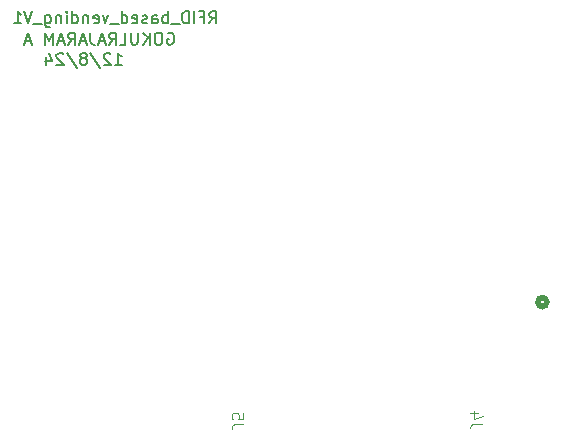
<source format=gbo>
%TF.GenerationSoftware,KiCad,Pcbnew,8.0.0*%
%TF.CreationDate,2024-12-15T14:54:56+05:30*%
%TF.ProjectId,RFID_1,52464944-5f31-42e6-9b69-6361645f7063,rev?*%
%TF.SameCoordinates,Original*%
%TF.FileFunction,Legend,Bot*%
%TF.FilePolarity,Positive*%
%FSLAX46Y46*%
G04 Gerber Fmt 4.6, Leading zero omitted, Abs format (unit mm)*
G04 Created by KiCad (PCBNEW 8.0.0) date 2024-12-15 14:54:56*
%MOMM*%
%LPD*%
G01*
G04 APERTURE LIST*
%ADD10C,0.150000*%
%ADD11C,0.100000*%
%ADD12C,0.508000*%
G04 APERTURE END LIST*
D10*
X140989411Y-85942438D02*
X141084649Y-85894819D01*
X141084649Y-85894819D02*
X141227506Y-85894819D01*
X141227506Y-85894819D02*
X141370363Y-85942438D01*
X141370363Y-85942438D02*
X141465601Y-86037676D01*
X141465601Y-86037676D02*
X141513220Y-86132914D01*
X141513220Y-86132914D02*
X141560839Y-86323390D01*
X141560839Y-86323390D02*
X141560839Y-86466247D01*
X141560839Y-86466247D02*
X141513220Y-86656723D01*
X141513220Y-86656723D02*
X141465601Y-86751961D01*
X141465601Y-86751961D02*
X141370363Y-86847200D01*
X141370363Y-86847200D02*
X141227506Y-86894819D01*
X141227506Y-86894819D02*
X141132268Y-86894819D01*
X141132268Y-86894819D02*
X140989411Y-86847200D01*
X140989411Y-86847200D02*
X140941792Y-86799580D01*
X140941792Y-86799580D02*
X140941792Y-86466247D01*
X140941792Y-86466247D02*
X141132268Y-86466247D01*
X140322744Y-85894819D02*
X140132268Y-85894819D01*
X140132268Y-85894819D02*
X140037030Y-85942438D01*
X140037030Y-85942438D02*
X139941792Y-86037676D01*
X139941792Y-86037676D02*
X139894173Y-86228152D01*
X139894173Y-86228152D02*
X139894173Y-86561485D01*
X139894173Y-86561485D02*
X139941792Y-86751961D01*
X139941792Y-86751961D02*
X140037030Y-86847200D01*
X140037030Y-86847200D02*
X140132268Y-86894819D01*
X140132268Y-86894819D02*
X140322744Y-86894819D01*
X140322744Y-86894819D02*
X140417982Y-86847200D01*
X140417982Y-86847200D02*
X140513220Y-86751961D01*
X140513220Y-86751961D02*
X140560839Y-86561485D01*
X140560839Y-86561485D02*
X140560839Y-86228152D01*
X140560839Y-86228152D02*
X140513220Y-86037676D01*
X140513220Y-86037676D02*
X140417982Y-85942438D01*
X140417982Y-85942438D02*
X140322744Y-85894819D01*
X139465601Y-86894819D02*
X139465601Y-85894819D01*
X138894173Y-86894819D02*
X139322744Y-86323390D01*
X138894173Y-85894819D02*
X139465601Y-86466247D01*
X138465601Y-85894819D02*
X138465601Y-86704342D01*
X138465601Y-86704342D02*
X138417982Y-86799580D01*
X138417982Y-86799580D02*
X138370363Y-86847200D01*
X138370363Y-86847200D02*
X138275125Y-86894819D01*
X138275125Y-86894819D02*
X138084649Y-86894819D01*
X138084649Y-86894819D02*
X137989411Y-86847200D01*
X137989411Y-86847200D02*
X137941792Y-86799580D01*
X137941792Y-86799580D02*
X137894173Y-86704342D01*
X137894173Y-86704342D02*
X137894173Y-85894819D01*
X136941792Y-86894819D02*
X137417982Y-86894819D01*
X137417982Y-86894819D02*
X137417982Y-85894819D01*
X136037030Y-86894819D02*
X136370363Y-86418628D01*
X136608458Y-86894819D02*
X136608458Y-85894819D01*
X136608458Y-85894819D02*
X136227506Y-85894819D01*
X136227506Y-85894819D02*
X136132268Y-85942438D01*
X136132268Y-85942438D02*
X136084649Y-85990057D01*
X136084649Y-85990057D02*
X136037030Y-86085295D01*
X136037030Y-86085295D02*
X136037030Y-86228152D01*
X136037030Y-86228152D02*
X136084649Y-86323390D01*
X136084649Y-86323390D02*
X136132268Y-86371009D01*
X136132268Y-86371009D02*
X136227506Y-86418628D01*
X136227506Y-86418628D02*
X136608458Y-86418628D01*
X135656077Y-86609104D02*
X135179887Y-86609104D01*
X135751315Y-86894819D02*
X135417982Y-85894819D01*
X135417982Y-85894819D02*
X135084649Y-86894819D01*
X134465601Y-85894819D02*
X134465601Y-86609104D01*
X134465601Y-86609104D02*
X134513220Y-86751961D01*
X134513220Y-86751961D02*
X134608458Y-86847200D01*
X134608458Y-86847200D02*
X134751315Y-86894819D01*
X134751315Y-86894819D02*
X134846553Y-86894819D01*
X134037029Y-86609104D02*
X133560839Y-86609104D01*
X134132267Y-86894819D02*
X133798934Y-85894819D01*
X133798934Y-85894819D02*
X133465601Y-86894819D01*
X132560839Y-86894819D02*
X132894172Y-86418628D01*
X133132267Y-86894819D02*
X133132267Y-85894819D01*
X133132267Y-85894819D02*
X132751315Y-85894819D01*
X132751315Y-85894819D02*
X132656077Y-85942438D01*
X132656077Y-85942438D02*
X132608458Y-85990057D01*
X132608458Y-85990057D02*
X132560839Y-86085295D01*
X132560839Y-86085295D02*
X132560839Y-86228152D01*
X132560839Y-86228152D02*
X132608458Y-86323390D01*
X132608458Y-86323390D02*
X132656077Y-86371009D01*
X132656077Y-86371009D02*
X132751315Y-86418628D01*
X132751315Y-86418628D02*
X133132267Y-86418628D01*
X132179886Y-86609104D02*
X131703696Y-86609104D01*
X132275124Y-86894819D02*
X131941791Y-85894819D01*
X131941791Y-85894819D02*
X131608458Y-86894819D01*
X131275124Y-86894819D02*
X131275124Y-85894819D01*
X131275124Y-85894819D02*
X130941791Y-86609104D01*
X130941791Y-86609104D02*
X130608458Y-85894819D01*
X130608458Y-85894819D02*
X130608458Y-86894819D01*
X129417981Y-86609104D02*
X128941791Y-86609104D01*
X129513219Y-86894819D02*
X129179886Y-85894819D01*
X129179886Y-85894819D02*
X128846553Y-86894819D01*
X144541792Y-85094819D02*
X144875125Y-84618628D01*
X145113220Y-85094819D02*
X145113220Y-84094819D01*
X145113220Y-84094819D02*
X144732268Y-84094819D01*
X144732268Y-84094819D02*
X144637030Y-84142438D01*
X144637030Y-84142438D02*
X144589411Y-84190057D01*
X144589411Y-84190057D02*
X144541792Y-84285295D01*
X144541792Y-84285295D02*
X144541792Y-84428152D01*
X144541792Y-84428152D02*
X144589411Y-84523390D01*
X144589411Y-84523390D02*
X144637030Y-84571009D01*
X144637030Y-84571009D02*
X144732268Y-84618628D01*
X144732268Y-84618628D02*
X145113220Y-84618628D01*
X143779887Y-84571009D02*
X144113220Y-84571009D01*
X144113220Y-85094819D02*
X144113220Y-84094819D01*
X144113220Y-84094819D02*
X143637030Y-84094819D01*
X143256077Y-85094819D02*
X143256077Y-84094819D01*
X142779887Y-85094819D02*
X142779887Y-84094819D01*
X142779887Y-84094819D02*
X142541792Y-84094819D01*
X142541792Y-84094819D02*
X142398935Y-84142438D01*
X142398935Y-84142438D02*
X142303697Y-84237676D01*
X142303697Y-84237676D02*
X142256078Y-84332914D01*
X142256078Y-84332914D02*
X142208459Y-84523390D01*
X142208459Y-84523390D02*
X142208459Y-84666247D01*
X142208459Y-84666247D02*
X142256078Y-84856723D01*
X142256078Y-84856723D02*
X142303697Y-84951961D01*
X142303697Y-84951961D02*
X142398935Y-85047200D01*
X142398935Y-85047200D02*
X142541792Y-85094819D01*
X142541792Y-85094819D02*
X142779887Y-85094819D01*
X142017983Y-85190057D02*
X141256078Y-85190057D01*
X141017982Y-85094819D02*
X141017982Y-84094819D01*
X141017982Y-84475771D02*
X140922744Y-84428152D01*
X140922744Y-84428152D02*
X140732268Y-84428152D01*
X140732268Y-84428152D02*
X140637030Y-84475771D01*
X140637030Y-84475771D02*
X140589411Y-84523390D01*
X140589411Y-84523390D02*
X140541792Y-84618628D01*
X140541792Y-84618628D02*
X140541792Y-84904342D01*
X140541792Y-84904342D02*
X140589411Y-84999580D01*
X140589411Y-84999580D02*
X140637030Y-85047200D01*
X140637030Y-85047200D02*
X140732268Y-85094819D01*
X140732268Y-85094819D02*
X140922744Y-85094819D01*
X140922744Y-85094819D02*
X141017982Y-85047200D01*
X139684649Y-85094819D02*
X139684649Y-84571009D01*
X139684649Y-84571009D02*
X139732268Y-84475771D01*
X139732268Y-84475771D02*
X139827506Y-84428152D01*
X139827506Y-84428152D02*
X140017982Y-84428152D01*
X140017982Y-84428152D02*
X140113220Y-84475771D01*
X139684649Y-85047200D02*
X139779887Y-85094819D01*
X139779887Y-85094819D02*
X140017982Y-85094819D01*
X140017982Y-85094819D02*
X140113220Y-85047200D01*
X140113220Y-85047200D02*
X140160839Y-84951961D01*
X140160839Y-84951961D02*
X140160839Y-84856723D01*
X140160839Y-84856723D02*
X140113220Y-84761485D01*
X140113220Y-84761485D02*
X140017982Y-84713866D01*
X140017982Y-84713866D02*
X139779887Y-84713866D01*
X139779887Y-84713866D02*
X139684649Y-84666247D01*
X139256077Y-85047200D02*
X139160839Y-85094819D01*
X139160839Y-85094819D02*
X138970363Y-85094819D01*
X138970363Y-85094819D02*
X138875125Y-85047200D01*
X138875125Y-85047200D02*
X138827506Y-84951961D01*
X138827506Y-84951961D02*
X138827506Y-84904342D01*
X138827506Y-84904342D02*
X138875125Y-84809104D01*
X138875125Y-84809104D02*
X138970363Y-84761485D01*
X138970363Y-84761485D02*
X139113220Y-84761485D01*
X139113220Y-84761485D02*
X139208458Y-84713866D01*
X139208458Y-84713866D02*
X139256077Y-84618628D01*
X139256077Y-84618628D02*
X139256077Y-84571009D01*
X139256077Y-84571009D02*
X139208458Y-84475771D01*
X139208458Y-84475771D02*
X139113220Y-84428152D01*
X139113220Y-84428152D02*
X138970363Y-84428152D01*
X138970363Y-84428152D02*
X138875125Y-84475771D01*
X138017982Y-85047200D02*
X138113220Y-85094819D01*
X138113220Y-85094819D02*
X138303696Y-85094819D01*
X138303696Y-85094819D02*
X138398934Y-85047200D01*
X138398934Y-85047200D02*
X138446553Y-84951961D01*
X138446553Y-84951961D02*
X138446553Y-84571009D01*
X138446553Y-84571009D02*
X138398934Y-84475771D01*
X138398934Y-84475771D02*
X138303696Y-84428152D01*
X138303696Y-84428152D02*
X138113220Y-84428152D01*
X138113220Y-84428152D02*
X138017982Y-84475771D01*
X138017982Y-84475771D02*
X137970363Y-84571009D01*
X137970363Y-84571009D02*
X137970363Y-84666247D01*
X137970363Y-84666247D02*
X138446553Y-84761485D01*
X137113220Y-85094819D02*
X137113220Y-84094819D01*
X137113220Y-85047200D02*
X137208458Y-85094819D01*
X137208458Y-85094819D02*
X137398934Y-85094819D01*
X137398934Y-85094819D02*
X137494172Y-85047200D01*
X137494172Y-85047200D02*
X137541791Y-84999580D01*
X137541791Y-84999580D02*
X137589410Y-84904342D01*
X137589410Y-84904342D02*
X137589410Y-84618628D01*
X137589410Y-84618628D02*
X137541791Y-84523390D01*
X137541791Y-84523390D02*
X137494172Y-84475771D01*
X137494172Y-84475771D02*
X137398934Y-84428152D01*
X137398934Y-84428152D02*
X137208458Y-84428152D01*
X137208458Y-84428152D02*
X137113220Y-84475771D01*
X136875125Y-85190057D02*
X136113220Y-85190057D01*
X135970362Y-84428152D02*
X135732267Y-85094819D01*
X135732267Y-85094819D02*
X135494172Y-84428152D01*
X134732267Y-85047200D02*
X134827505Y-85094819D01*
X134827505Y-85094819D02*
X135017981Y-85094819D01*
X135017981Y-85094819D02*
X135113219Y-85047200D01*
X135113219Y-85047200D02*
X135160838Y-84951961D01*
X135160838Y-84951961D02*
X135160838Y-84571009D01*
X135160838Y-84571009D02*
X135113219Y-84475771D01*
X135113219Y-84475771D02*
X135017981Y-84428152D01*
X135017981Y-84428152D02*
X134827505Y-84428152D01*
X134827505Y-84428152D02*
X134732267Y-84475771D01*
X134732267Y-84475771D02*
X134684648Y-84571009D01*
X134684648Y-84571009D02*
X134684648Y-84666247D01*
X134684648Y-84666247D02*
X135160838Y-84761485D01*
X134256076Y-84428152D02*
X134256076Y-85094819D01*
X134256076Y-84523390D02*
X134208457Y-84475771D01*
X134208457Y-84475771D02*
X134113219Y-84428152D01*
X134113219Y-84428152D02*
X133970362Y-84428152D01*
X133970362Y-84428152D02*
X133875124Y-84475771D01*
X133875124Y-84475771D02*
X133827505Y-84571009D01*
X133827505Y-84571009D02*
X133827505Y-85094819D01*
X132922743Y-85094819D02*
X132922743Y-84094819D01*
X132922743Y-85047200D02*
X133017981Y-85094819D01*
X133017981Y-85094819D02*
X133208457Y-85094819D01*
X133208457Y-85094819D02*
X133303695Y-85047200D01*
X133303695Y-85047200D02*
X133351314Y-84999580D01*
X133351314Y-84999580D02*
X133398933Y-84904342D01*
X133398933Y-84904342D02*
X133398933Y-84618628D01*
X133398933Y-84618628D02*
X133351314Y-84523390D01*
X133351314Y-84523390D02*
X133303695Y-84475771D01*
X133303695Y-84475771D02*
X133208457Y-84428152D01*
X133208457Y-84428152D02*
X133017981Y-84428152D01*
X133017981Y-84428152D02*
X132922743Y-84475771D01*
X132446552Y-85094819D02*
X132446552Y-84428152D01*
X132446552Y-84094819D02*
X132494171Y-84142438D01*
X132494171Y-84142438D02*
X132446552Y-84190057D01*
X132446552Y-84190057D02*
X132398933Y-84142438D01*
X132398933Y-84142438D02*
X132446552Y-84094819D01*
X132446552Y-84094819D02*
X132446552Y-84190057D01*
X131970362Y-84428152D02*
X131970362Y-85094819D01*
X131970362Y-84523390D02*
X131922743Y-84475771D01*
X131922743Y-84475771D02*
X131827505Y-84428152D01*
X131827505Y-84428152D02*
X131684648Y-84428152D01*
X131684648Y-84428152D02*
X131589410Y-84475771D01*
X131589410Y-84475771D02*
X131541791Y-84571009D01*
X131541791Y-84571009D02*
X131541791Y-85094819D01*
X130637029Y-84428152D02*
X130637029Y-85237676D01*
X130637029Y-85237676D02*
X130684648Y-85332914D01*
X130684648Y-85332914D02*
X130732267Y-85380533D01*
X130732267Y-85380533D02*
X130827505Y-85428152D01*
X130827505Y-85428152D02*
X130970362Y-85428152D01*
X130970362Y-85428152D02*
X131065600Y-85380533D01*
X130637029Y-85047200D02*
X130732267Y-85094819D01*
X130732267Y-85094819D02*
X130922743Y-85094819D01*
X130922743Y-85094819D02*
X131017981Y-85047200D01*
X131017981Y-85047200D02*
X131065600Y-84999580D01*
X131065600Y-84999580D02*
X131113219Y-84904342D01*
X131113219Y-84904342D02*
X131113219Y-84618628D01*
X131113219Y-84618628D02*
X131065600Y-84523390D01*
X131065600Y-84523390D02*
X131017981Y-84475771D01*
X131017981Y-84475771D02*
X130922743Y-84428152D01*
X130922743Y-84428152D02*
X130732267Y-84428152D01*
X130732267Y-84428152D02*
X130637029Y-84475771D01*
X130398934Y-85190057D02*
X129637029Y-85190057D01*
X129541790Y-84094819D02*
X129208457Y-85094819D01*
X129208457Y-85094819D02*
X128875124Y-84094819D01*
X128017981Y-85094819D02*
X128589409Y-85094819D01*
X128303695Y-85094819D02*
X128303695Y-84094819D01*
X128303695Y-84094819D02*
X128398933Y-84237676D01*
X128398933Y-84237676D02*
X128494171Y-84332914D01*
X128494171Y-84332914D02*
X128589409Y-84380533D01*
X136539411Y-88619819D02*
X137110839Y-88619819D01*
X136825125Y-88619819D02*
X136825125Y-87619819D01*
X136825125Y-87619819D02*
X136920363Y-87762676D01*
X136920363Y-87762676D02*
X137015601Y-87857914D01*
X137015601Y-87857914D02*
X137110839Y-87905533D01*
X136158458Y-87715057D02*
X136110839Y-87667438D01*
X136110839Y-87667438D02*
X136015601Y-87619819D01*
X136015601Y-87619819D02*
X135777506Y-87619819D01*
X135777506Y-87619819D02*
X135682268Y-87667438D01*
X135682268Y-87667438D02*
X135634649Y-87715057D01*
X135634649Y-87715057D02*
X135587030Y-87810295D01*
X135587030Y-87810295D02*
X135587030Y-87905533D01*
X135587030Y-87905533D02*
X135634649Y-88048390D01*
X135634649Y-88048390D02*
X136206077Y-88619819D01*
X136206077Y-88619819D02*
X135587030Y-88619819D01*
X134444173Y-87572200D02*
X135301315Y-88857914D01*
X133967982Y-88048390D02*
X134063220Y-88000771D01*
X134063220Y-88000771D02*
X134110839Y-87953152D01*
X134110839Y-87953152D02*
X134158458Y-87857914D01*
X134158458Y-87857914D02*
X134158458Y-87810295D01*
X134158458Y-87810295D02*
X134110839Y-87715057D01*
X134110839Y-87715057D02*
X134063220Y-87667438D01*
X134063220Y-87667438D02*
X133967982Y-87619819D01*
X133967982Y-87619819D02*
X133777506Y-87619819D01*
X133777506Y-87619819D02*
X133682268Y-87667438D01*
X133682268Y-87667438D02*
X133634649Y-87715057D01*
X133634649Y-87715057D02*
X133587030Y-87810295D01*
X133587030Y-87810295D02*
X133587030Y-87857914D01*
X133587030Y-87857914D02*
X133634649Y-87953152D01*
X133634649Y-87953152D02*
X133682268Y-88000771D01*
X133682268Y-88000771D02*
X133777506Y-88048390D01*
X133777506Y-88048390D02*
X133967982Y-88048390D01*
X133967982Y-88048390D02*
X134063220Y-88096009D01*
X134063220Y-88096009D02*
X134110839Y-88143628D01*
X134110839Y-88143628D02*
X134158458Y-88238866D01*
X134158458Y-88238866D02*
X134158458Y-88429342D01*
X134158458Y-88429342D02*
X134110839Y-88524580D01*
X134110839Y-88524580D02*
X134063220Y-88572200D01*
X134063220Y-88572200D02*
X133967982Y-88619819D01*
X133967982Y-88619819D02*
X133777506Y-88619819D01*
X133777506Y-88619819D02*
X133682268Y-88572200D01*
X133682268Y-88572200D02*
X133634649Y-88524580D01*
X133634649Y-88524580D02*
X133587030Y-88429342D01*
X133587030Y-88429342D02*
X133587030Y-88238866D01*
X133587030Y-88238866D02*
X133634649Y-88143628D01*
X133634649Y-88143628D02*
X133682268Y-88096009D01*
X133682268Y-88096009D02*
X133777506Y-88048390D01*
X132444173Y-87572200D02*
X133301315Y-88857914D01*
X132158458Y-87715057D02*
X132110839Y-87667438D01*
X132110839Y-87667438D02*
X132015601Y-87619819D01*
X132015601Y-87619819D02*
X131777506Y-87619819D01*
X131777506Y-87619819D02*
X131682268Y-87667438D01*
X131682268Y-87667438D02*
X131634649Y-87715057D01*
X131634649Y-87715057D02*
X131587030Y-87810295D01*
X131587030Y-87810295D02*
X131587030Y-87905533D01*
X131587030Y-87905533D02*
X131634649Y-88048390D01*
X131634649Y-88048390D02*
X132206077Y-88619819D01*
X132206077Y-88619819D02*
X131587030Y-88619819D01*
X130729887Y-87953152D02*
X130729887Y-88619819D01*
X130967982Y-87572200D02*
X131206077Y-88286485D01*
X131206077Y-88286485D02*
X130587030Y-88286485D01*
D11*
X167642580Y-119008333D02*
X166928295Y-119008333D01*
X166928295Y-119008333D02*
X166785438Y-119055952D01*
X166785438Y-119055952D02*
X166690200Y-119151190D01*
X166690200Y-119151190D02*
X166642580Y-119294047D01*
X166642580Y-119294047D02*
X166642580Y-119389285D01*
X167309247Y-118103571D02*
X166642580Y-118103571D01*
X167690200Y-118341666D02*
X166975914Y-118579761D01*
X166975914Y-118579761D02*
X166975914Y-117960714D01*
X147417580Y-119058333D02*
X146703295Y-119058333D01*
X146703295Y-119058333D02*
X146560438Y-119105952D01*
X146560438Y-119105952D02*
X146465200Y-119201190D01*
X146465200Y-119201190D02*
X146417580Y-119344047D01*
X146417580Y-119344047D02*
X146417580Y-119439285D01*
X147417580Y-118105952D02*
X147417580Y-118582142D01*
X147417580Y-118582142D02*
X146941390Y-118629761D01*
X146941390Y-118629761D02*
X146989009Y-118582142D01*
X146989009Y-118582142D02*
X147036628Y-118486904D01*
X147036628Y-118486904D02*
X147036628Y-118248809D01*
X147036628Y-118248809D02*
X146989009Y-118153571D01*
X146989009Y-118153571D02*
X146941390Y-118105952D01*
X146941390Y-118105952D02*
X146846152Y-118058333D01*
X146846152Y-118058333D02*
X146608057Y-118058333D01*
X146608057Y-118058333D02*
X146512819Y-118105952D01*
X146512819Y-118105952D02*
X146465200Y-118153571D01*
X146465200Y-118153571D02*
X146417580Y-118248809D01*
X146417580Y-118248809D02*
X146417580Y-118486904D01*
X146417580Y-118486904D02*
X146465200Y-118582142D01*
X146465200Y-118582142D02*
X146512819Y-118629761D01*
D12*
%TO.C,J3*%
X173106000Y-108704900D02*
G75*
G02*
X172344000Y-108704900I-381000J0D01*
G01*
X172344000Y-108704900D02*
G75*
G02*
X173106000Y-108704900I381000J0D01*
G01*
%TD*%
M02*

</source>
